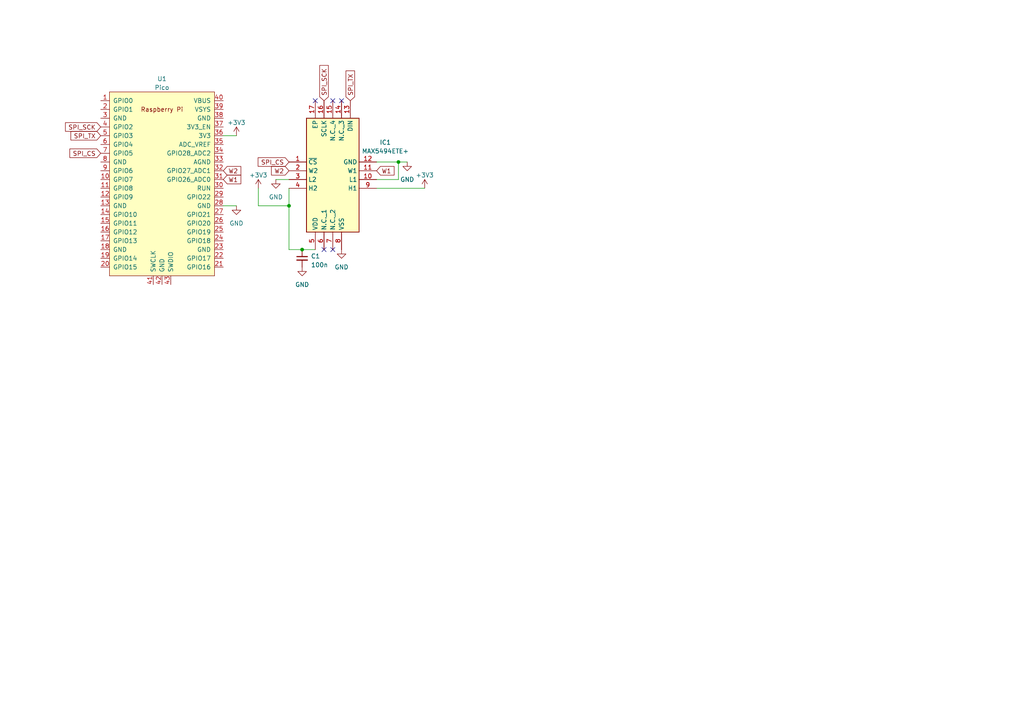
<source format=kicad_sch>
(kicad_sch (version 20230121) (generator eeschema)
  (paper "A4")
  (lib_symbols
    (symbol "Device:C_Small" (pin_numbers hide) (pin_names (offset 0.254) hide)
      (property "Reference" "C" (at 0.254 1.778 0))
      (property "Value" "C_Small" (at 0.254 -2.032 0))
      (symbol "C_Small_0_1"
        (polyline (pts (xy -1.524 -0.508) (xy 1.524 -0.508)) (stroke (width 0.3302)))
        (polyline (pts (xy -1.524 0.508) (xy 1.524 0.508)) (stroke (width 0.3048)))
      )
      (symbol "C_Small_1_1"
        (pin passive line (at 0 2.54 270) (length 2.032) (name "~") (number "1"))
        (pin passive line (at 0 -2.54 90) (length 2.032) (name "~") (number "2"))
      )
    )
    (symbol "MAX5494ETE+:MAX5494ETE+"
      (property "Reference" "IC" (at 21.59 17.78 0))
      (property "Value" "MAX5494ETE+" (at 21.59 15.24 0))
      (symbol "MAX5494ETE+_1_1"
        (rectangle (start 5.08 12.7) (end 20.32 -20.32) (stroke (width 0.254)) (fill (type background)))
        (pin passive line (at 0 0 0) (length 5.08) (name "~{CS}") (number "1"))
        (pin passive line (at 25.4 -5.08 180) (length 5.08) (name "L1") (number "10"))
        (pin passive line (at 25.4 -2.54 180) (length 5.08) (name "W1") (number "11"))
        (pin passive line (at 25.4 0 180) (length 5.08) (name "GND") (number "12"))
        (pin passive line (at 17.78 17.78 270) (length 5.08) (name "DIN") (number "13"))
        (pin passive line (at 15.24 17.78 270) (length 5.08) (name "N.C._3") (number "14"))
        (pin passive line (at 12.7 17.78 270) (length 5.08) (name "N.C._4") (number "15"))
        (pin passive line (at 10.16 17.78 270) (length 5.08) (name "SCLK") (number "16"))
        (pin passive line (at 7.62 17.78 270) (length 5.08) (name "EP") (number "17"))
        (pin passive line (at 0 -2.54 0) (length 5.08) (name "W2") (number "2"))
        (pin passive line (at 0 -5.08 0) (length 5.08) (name "L2") (number "3"))
        (pin passive line (at 0 -7.62 0) (length 5.08) (name "H2") (number "4"))
        (pin passive line (at 7.62 -25.4 90) (length 5.08) (name "VDD") (number "5"))
        (pin passive line (at 10.16 -25.4 90) (length 5.08) (name "N.C._1") (number "6"))
        (pin passive line (at 12.7 -25.4 90) (length 5.08) (name "N.C._2") (number "7"))
        (pin passive line (at 15.24 -25.4 90) (length 5.08) (name "VSS") (number "8"))
        (pin passive line (at 25.4 -7.62 180) (length 5.08) (name "H1") (number "9"))
      )
    )
    (symbol "RPi_Pico:Pico" (pin_names (offset 1.016))
      (property "Reference" "U" (at -13.97 27.94 0))
      (property "Value" "Pico" (at 0 19.05 0))
      (symbol "Pico_0_0"
        (text "Raspberry Pi" (at 0 21.59 0) (effects (font (size 1.27 1.27))))
      )
      (symbol "Pico_0_1"
        (rectangle (start -15.24 26.67) (end 15.24 -26.67) (fill (type background)))
      )
      (symbol "Pico_1_1"
        (pin bidirectional line (at -17.78 24.13 0) (length 2.54) (name "GPIO0") (number "1"))
        (pin bidirectional line (at -17.78 1.27 0) (length 2.54) (name "GPIO7") (number "10"))
        (pin bidirectional line (at -17.78 -1.27 0) (length 2.54) (name "GPIO8") (number "11"))
        (pin bidirectional line (at -17.78 -3.81 0) (length 2.54) (name "GPIO9") (number "12"))
        (pin power_in line (at -17.78 -6.35 0) (length 2.54) (name "GND") (number "13"))
        (pin bidirectional line (at -17.78 -8.89 0) (length 2.54) (name "GPIO10") (number "14"))
        (pin bidirectional line (at -17.78 -11.43 0) (length 2.54) (name "GPIO11") (number "15"))
        (pin bidirectional line (at -17.78 -13.97 0) (length 2.54) (name "GPIO12") (number "16"))
        (pin bidirectional line (at -17.78 -16.51 0) (length 2.54) (name "GPIO13") (number "17"))
        (pin power_in line (at -17.78 -19.05 0) (length 2.54) (name "GND") (number "18"))
        (pin bidirectional line (at -17.78 -21.59 0) (length 2.54) (name "GPIO14") (number "19"))
        (pin bidirectional line (at -17.78 21.59 0) (length 2.54) (name "GPIO1") (number "2"))
        (pin bidirectional line (at -17.78 -24.13 0) (length 2.54) (name "GPIO15") (number "20"))
        (pin bidirectional line (at 17.78 -24.13 180) (length 2.54) (name "GPIO16") (number "21"))
        (pin bidirectional line (at 17.78 -21.59 180) (length 2.54) (name "GPIO17") (number "22"))
        (pin power_in line (at 17.78 -19.05 180) (length 2.54) (name "GND") (number "23"))
        (pin bidirectional line (at 17.78 -16.51 180) (length 2.54) (name "GPIO18") (number "24"))
        (pin bidirectional line (at 17.78 -13.97 180) (length 2.54) (name "GPIO19") (number "25"))
        (pin bidirectional line (at 17.78 -11.43 180) (length 2.54) (name "GPIO20") (number "26"))
        (pin bidirectional line (at 17.78 -8.89 180) (length 2.54) (name "GPIO21") (number "27"))
        (pin power_in line (at 17.78 -6.35 180) (length 2.54) (name "GND") (number "28"))
        (pin bidirectional line (at 17.78 -3.81 180) (length 2.54) (name "GPIO22") (number "29"))
        (pin power_in line (at -17.78 19.05 0) (length 2.54) (name "GND") (number "3"))
        (pin input line (at 17.78 -1.27 180) (length 2.54) (name "RUN") (number "30"))
        (pin bidirectional line (at 17.78 1.27 180) (length 2.54) (name "GPIO26_ADC0") (number "31"))
        (pin bidirectional line (at 17.78 3.81 180) (length 2.54) (name "GPIO27_ADC1") (number "32"))
        (pin power_in line (at 17.78 6.35 180) (length 2.54) (name "AGND") (number "33"))
        (pin bidirectional line (at 17.78 8.89 180) (length 2.54) (name "GPIO28_ADC2") (number "34"))
        (pin unspecified line (at 17.78 11.43 180) (length 2.54) (name "ADC_VREF") (number "35"))
        (pin unspecified line (at 17.78 13.97 180) (length 2.54) (name "3V3") (number "36"))
        (pin input line (at 17.78 16.51 180) (length 2.54) (name "3V3_EN") (number "37"))
        (pin bidirectional line (at 17.78 19.05 180) (length 2.54) (name "GND") (number "38"))
        (pin unspecified line (at 17.78 21.59 180) (length 2.54) (name "VSYS") (number "39"))
        (pin bidirectional line (at -17.78 16.51 0) (length 2.54) (name "GPIO2") (number "4"))
        (pin unspecified line (at 17.78 24.13 180) (length 2.54) (name "VBUS") (number "40"))
        (pin input line (at -2.54 -29.21 90) (length 2.54) (name "SWCLK") (number "41"))
        (pin power_in line (at 0 -29.21 90) (length 2.54) (name "GND") (number "42"))
        (pin bidirectional line (at 2.54 -29.21 90) (length 2.54) (name "SWDIO") (number "43"))
        (pin bidirectional line (at -17.78 13.97 0) (length 2.54) (name "GPIO3") (number "5"))
        (pin bidirectional line (at -17.78 11.43 0) (length 2.54) (name "GPIO4") (number "6"))
        (pin bidirectional line (at -17.78 8.89 0) (length 2.54) (name "GPIO5") (number "7"))
        (pin power_in line (at -17.78 6.35 0) (length 2.54) (name "GND") (number "8"))
        (pin bidirectional line (at -17.78 3.81 0) (length 2.54) (name "GPIO6") (number "9"))
      )
    )
    (symbol "power:+3V3" (power) (pin_names (offset 0))
      (property "Value" "+3V3" (at 0 3.556 0))
      (symbol "+3V3_0_1"
        (polyline (pts (xy -0.762 1.27) (xy 0 2.54)))
        (polyline (pts (xy 0 0) (xy 0 2.54)))
        (polyline (pts (xy 0 2.54) (xy 0.762 1.27)))
      )
      (symbol "+3V3_1_1"
        (pin power_in line (at 0 0 90) (length 0) hide (name "+3V3") (number "1"))
      )
    )
    (symbol "power:GND" (power) (pin_names (offset 0))
      (property "Value" "GND" (at 0 -3.81 0))
      (symbol "GND_0_1"
        (polyline (pts (xy 0 0) (xy 0 -1.27) (xy 1.27 -1.27) (xy 0 -2.54) (xy -1.27 -1.27) (xy 0 -1.27)))
      )
      (symbol "GND_1_1"
        (pin power_in line (at 0 0 270) (length 0) hide (name "GND") (number "1"))
      )
    )
  )
  (junction (at 87.63 72.39))
  (junction (at 83.82 59.69))
  (junction (at 115.57 46.99))
  (no_connect (at 93.98 72.39))
  (no_connect (at 99.06 29.21))
  (no_connect (at 91.44 29.21))
  (no_connect (at 96.52 29.21))
  (no_connect (at 96.52 72.39))
  (wire (pts (xy 123.19 54.61) (xy 109.22 54.61)))
  (wire (pts (xy 91.44 72.39) (xy 87.63 72.39)))
  (wire (pts (xy 109.22 52.07) (xy 115.57 52.07)))
  (wire (pts (xy 68.58 39.37) (xy 64.77 39.37)))
  (wire (pts (xy 80.01 52.07) (xy 83.82 52.07)))
  (wire (pts (xy 115.57 52.07) (xy 115.57 46.99)))
  (wire (pts (xy 109.22 46.99) (xy 115.57 46.99)))
  (wire (pts (xy 83.82 72.39) (xy 83.82 59.69)))
  (wire (pts (xy 74.93 59.69) (xy 74.93 54.61)))
  (wire (pts (xy 68.58 59.69) (xy 64.77 59.69)))
  (wire (pts (xy 83.82 59.69) (xy 83.82 54.61)))
  (wire (pts (xy 74.93 59.69) (xy 83.82 59.69)))
  (wire (pts (xy 83.82 72.39) (xy 87.63 72.39)))
  (wire (pts (xy 115.57 46.99) (xy 118.11 46.99)))
  (global_label "W1" (shape input) (at 64.77 52.07 0) (property "Intersheetrefs" "${INTERSHEET_REFS}" (effects hide)))
  (global_label "W2" (shape input) (at 83.82 49.53 180) (property "Intersheetrefs" "${INTERSHEET_REFS}" (effects hide)))
  (global_label "SPI_SCK" (shape input) (at 93.98 29.21 90) (property "Intersheetrefs" "${INTERSHEET_REFS}" (effects hide)))
  (global_label "W1" (shape input) (at 109.22 49.53 0) (property "Intersheetrefs" "${INTERSHEET_REFS}" (effects hide)))
  (global_label "SPI_CS" (shape input) (at 83.82 46.99 180) (property "Intersheetrefs" "${INTERSHEET_REFS}" (effects hide)))
  (global_label "W2" (shape input) (at 64.77 49.53 0) (property "Intersheetrefs" "${INTERSHEET_REFS}" (effects hide)))
  (global_label "SPI_TX" (shape input) (at 101.6 29.21 90) (property "Intersheetrefs" "${INTERSHEET_REFS}" (effects hide)))
  (global_label "SPI_CS" (shape input) (at 29.21 44.45 180) (property "Intersheetrefs" "${INTERSHEET_REFS}" (effects hide)))
  (global_label "SPI_SCK" (shape input) (at 29.21 36.83 180) (property "Intersheetrefs" "${INTERSHEET_REFS}" (effects hide)))
  (global_label "SPI_TX" (shape input) (at 29.21 39.37 180) (property "Intersheetrefs" "${INTERSHEET_REFS}" (effects hide)))
  (symbol (lib_id "Device:C_Small") (at 87.63 74.93 0) (unit 1)
    (property "Reference" "C1" (at 90.17 74.3013 0) (effects (justify left)))
    (property "Value" "100n" (at 90.17 76.8413 0) (effects (justify left)))
  )
  (symbol (lib_id "power:GND") (at 68.58 59.69 0) (unit 1)
    (property "Reference" "#PWR08" (effects hide))
    (property "Value" "GND" (at 68.58 64.77 0))
  )
  (symbol (lib_id "power:GND") (at 118.11 46.99 0) (unit 1)
    (property "Reference" "#PWR05" (effects hide))
    (property "Value" "GND" (at 118.11 52.07 0))
  )
  (symbol (lib_id "power:GND") (at 99.06 72.39 0) (unit 1)
    (property "Reference" "#PWR04" (effects hide))
    (property "Value" "GND" (at 99.06 77.47 0))
  )
  (symbol (lib_id "power:+3V3") (at 68.58 39.37 0) (unit 1)
    (property "Reference" "#PWR01" (effects hide))
    (property "Value" "+3V3" (at 68.58 35.56 0))
  )
  (symbol (lib_id "power:+3V3") (at 74.93 54.61 0) (unit 1)
    (property "Reference" "#PWR02" (effects hide))
    (property "Value" "+3V3" (at 74.93 50.8 0))
  )
  (symbol (lib_id "power:GND") (at 87.63 77.47 0) (unit 1)
    (property "Reference" "#PWR07" (effects hide))
    (property "Value" "GND" (at 87.63 82.55 0))
  )
  (symbol (lib_id "MAX5494ETE+:MAX5494ETE+") (at 83.82 46.99 0) (unit 1)
    (property "Reference" "IC1" (at 111.76 41.3003 0))
    (property "Value" "MAX5494ETE+" (at 111.76 43.8403 0))
    (property "Footprint" "QFN80P500X500X80-17N" (effects hide))
    (property "Datasheet" "https://datasheets.maximintegrated.com/en/ds/MAX5494-MAX5499.pdf" (effects hide))
    (property "Height" "0.8" (effects hide))
    (property "Manufacturer_Name" "Analog Devices" (effects hide))
    (property "Manufacturer_Part_Number" "MAX5494ETE+" (effects hide))
    (property "Mouser Part Number" "700-MAX5494ETE" (effects hide))
    (property "Mouser Price/Stock" "https://www.mouser.co.uk/ProductDetail/Analog-Devices-Maxim-Integrated/MAX5494ETE%2b?qs=9Cj2FLRihcMmbD02v3fWAA%3D%3D" (effects hide))
    (property "Arrow Part Number" "MAX5494ETE+" (effects hide))
    (property "Arrow Price/Stock" "https://www.arrow.com/en/products/max5494ete/maxim-integrated?region=nac" (effects hide))
  )
  (symbol (lib_id "RPi_Pico:Pico") (at 46.99 53.34 0) (unit 1)
    (property "Reference" "U1" (at 46.99 22.86 0))
    (property "Value" "Pico" (at 46.99 25.4 0))
    (property "Footprint" "RPi_Pico:RPi_Pico_SMD_TH" (effects hide))
  )
  (symbol (lib_id "power:+3V3") (at 123.19 54.61 0) (unit 1)
    (property "Reference" "#PWR03" (effects hide))
    (property "Value" "+3V3" (at 123.19 50.8 0))
  )
  (symbol (lib_id "power:GND") (at 80.01 52.07 0) (unit 1)
    (property "Reference" "#PWR06" (effects hide))
    (property "Value" "GND" (at 80.01 57.15 0))
  )
)
</source>
